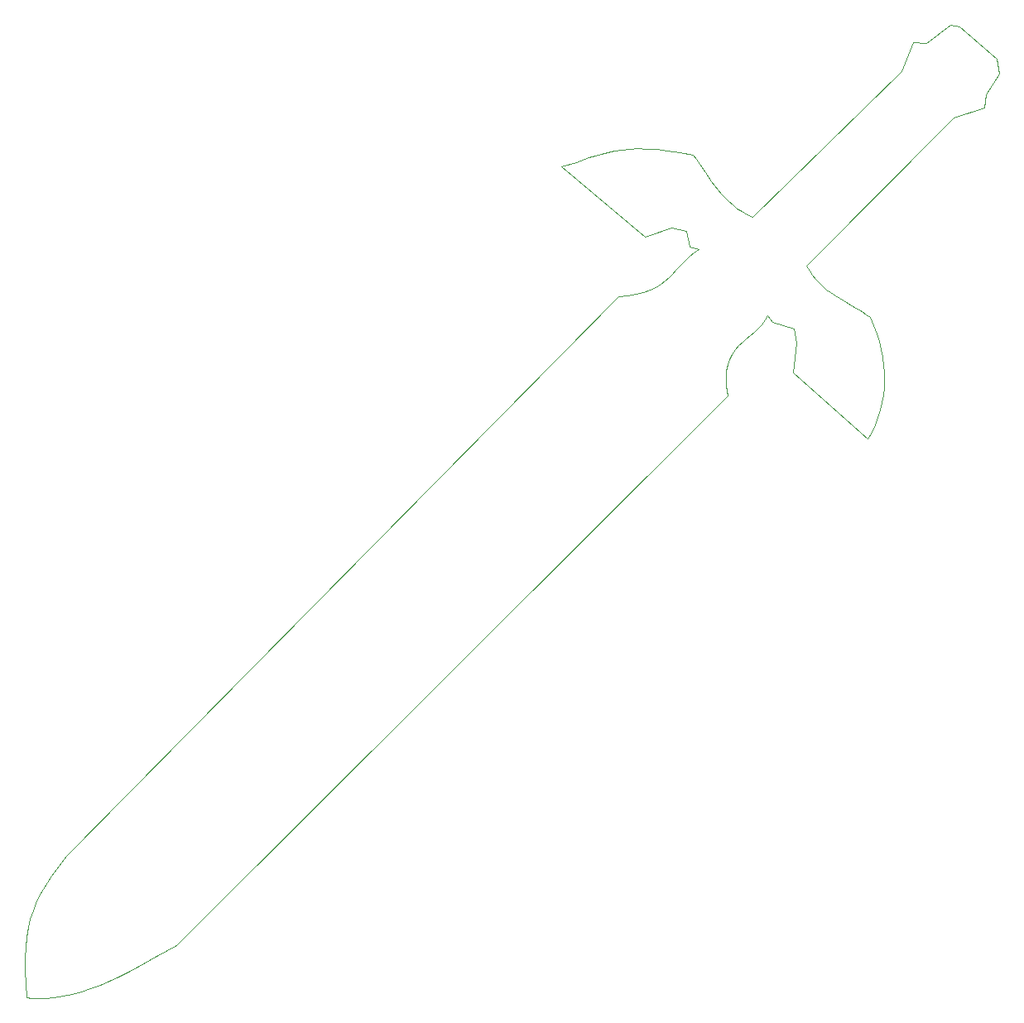
<source format=gbr>
G04 #@! TF.GenerationSoftware,KiCad,Pcbnew,5.1.2*
G04 #@! TF.CreationDate,2019-07-05T21:59:41-05:00*
G04 #@! TF.ProjectId,Master_Sword_(Ocarina_of_Time),4d617374-6572-45f5-9377-6f72645f284f,rev?*
G04 #@! TF.SameCoordinates,Original*
G04 #@! TF.FileFunction,Profile,NP*
%FSLAX46Y46*%
G04 Gerber Fmt 4.6, Leading zero omitted, Abs format (unit mm)*
G04 Created by KiCad (PCBNEW 5.1.2) date 2019-07-05 21:59:41*
%MOMM*%
%LPD*%
G04 APERTURE LIST*
%ADD10C,0.100000*%
G04 APERTURE END LIST*
D10*
X96303530Y-154020070D02*
X96171509Y-152558220D01*
X96171509Y-152558220D02*
X96104709Y-151217080D01*
X96104709Y-151217080D02*
X96099710Y-149986710D01*
X96099710Y-149986710D02*
X96154310Y-148857216D01*
X96154310Y-148857216D02*
X96265129Y-147818736D01*
X96265129Y-147818736D02*
X96429189Y-146861306D01*
X96429189Y-146861306D02*
X96643509Y-145975106D01*
X96643509Y-145975106D02*
X96905110Y-145150196D01*
X96905110Y-145150196D02*
X97210990Y-144376676D01*
X97210990Y-144376676D02*
X97558179Y-143644626D01*
X97558179Y-143644626D02*
X97943689Y-142944196D01*
X97943689Y-142944196D02*
X98364539Y-142265476D01*
X98364539Y-142265476D02*
X98817730Y-141598546D01*
X98817730Y-141598546D02*
X99300280Y-140933536D01*
X99300280Y-140933536D02*
X100341539Y-139569576D01*
X100341539Y-139569576D02*
X156763039Y-82304754D01*
X156763039Y-82304754D02*
X157750029Y-82207514D01*
X157750029Y-82207514D02*
X158616119Y-82058189D01*
X158616119Y-82058189D02*
X159373709Y-81862142D01*
X159373709Y-81862142D02*
X160035279Y-81624738D01*
X160035279Y-81624738D02*
X160613269Y-81351334D01*
X160613269Y-81351334D02*
X161120129Y-81047305D01*
X161120129Y-81047305D02*
X161568319Y-80718005D01*
X161568319Y-80718005D02*
X161970289Y-80368794D01*
X161970289Y-80368794D02*
X162338459Y-80005015D01*
X162338459Y-80005015D02*
X162685339Y-79632094D01*
X162685339Y-79632094D02*
X163364939Y-78880122D01*
X163364939Y-78880122D02*
X163722669Y-78511924D01*
X163722669Y-78511924D02*
X164108779Y-78155889D01*
X164108779Y-78155889D02*
X164535829Y-77817482D01*
X164535829Y-77817482D02*
X165016279Y-77502075D01*
X165016279Y-77502075D02*
X164046069Y-77239485D01*
X164046069Y-77239485D02*
X163745729Y-75584595D01*
X163745729Y-75584595D02*
X162252399Y-75299160D01*
X162252399Y-75299160D02*
X159516029Y-76186654D01*
X159516029Y-76186654D02*
X150995509Y-69031727D01*
X150995509Y-69031727D02*
X152450359Y-68566725D01*
X152450359Y-68566725D02*
X153762619Y-68113318D01*
X153762619Y-68113318D02*
X154397679Y-67903428D01*
X154397679Y-67903428D02*
X155036009Y-67711383D01*
X155036009Y-67711383D02*
X155690529Y-67542172D01*
X155690529Y-67542172D02*
X156374229Y-67400774D01*
X156374229Y-67400774D02*
X157100079Y-67292179D01*
X157100079Y-67292179D02*
X157881029Y-67221379D01*
X157881029Y-67221379D02*
X158730069Y-67193339D01*
X158730069Y-67193339D02*
X159660139Y-67213049D01*
X159660139Y-67213049D02*
X160684189Y-67285489D01*
X160684189Y-67285489D02*
X161815229Y-67415659D01*
X161815229Y-67415659D02*
X163066199Y-67608531D01*
X163066199Y-67608531D02*
X164450049Y-67869015D01*
X164450049Y-67869015D02*
X164780979Y-68295403D01*
X164780979Y-68295403D02*
X165098049Y-68730708D01*
X165098049Y-68730708D02*
X165708199Y-69616778D01*
X165708199Y-69616778D02*
X166315549Y-70504641D01*
X166315549Y-70504641D02*
X166629109Y-70942226D01*
X166629109Y-70942226D02*
X166955209Y-71371707D01*
X166955209Y-71371707D02*
X167298169Y-71790325D01*
X167298169Y-71790325D02*
X167662369Y-72195261D01*
X167662369Y-72195261D02*
X168051989Y-72583905D01*
X168051989Y-72583905D02*
X168471849Y-72952991D01*
X168471849Y-72952991D02*
X168926119Y-73299917D01*
X168926119Y-73299917D02*
X169419209Y-73621822D01*
X169419209Y-73621822D02*
X169955489Y-73915905D01*
X169955489Y-73915905D02*
X170539369Y-74179323D01*
X170539369Y-74179323D02*
X185779609Y-59277090D01*
X185779609Y-59277090D02*
X186971639Y-56353368D01*
X186971639Y-56353368D02*
X188324689Y-56395017D01*
X188324689Y-56395017D02*
X190763030Y-54553870D01*
X190763030Y-54553870D02*
X191720290Y-54717438D01*
X191720290Y-54717438D02*
X195494810Y-57991995D01*
X195494810Y-57991995D02*
X195752200Y-59578152D01*
X195752200Y-59578152D02*
X194419580Y-61670958D01*
X194419580Y-61670958D02*
X194262010Y-63049260D01*
X194262010Y-63049260D02*
X191069750Y-64050140D01*
X191069750Y-64050140D02*
X176055539Y-79195851D01*
X176055539Y-79195851D02*
X176317559Y-79678033D01*
X176317559Y-79678033D02*
X176614599Y-80123013D01*
X176614599Y-80123013D02*
X176943359Y-80534362D01*
X176943359Y-80534362D02*
X177300389Y-80915719D01*
X177300389Y-80915719D02*
X177682389Y-81270566D01*
X177682389Y-81270566D02*
X178085999Y-81602475D01*
X178085999Y-81602475D02*
X178507819Y-81915115D01*
X178507819Y-81915115D02*
X178944439Y-82212015D01*
X178944439Y-82212015D02*
X179848609Y-82772999D01*
X179848609Y-82772999D02*
X180771649Y-83313964D01*
X180771649Y-83313964D02*
X181686559Y-83863576D01*
X181686559Y-83863576D02*
X182132539Y-84150556D01*
X182132539Y-84150556D02*
X182566339Y-84450433D01*
X182566339Y-84450433D02*
X182897029Y-85272522D01*
X182897029Y-85272522D02*
X183185679Y-86089209D01*
X183185679Y-86089209D02*
X183431399Y-86900374D01*
X183431399Y-86900374D02*
X183633339Y-87705903D01*
X183633339Y-87705903D02*
X183790539Y-88505690D01*
X183790539Y-88505690D02*
X183902139Y-89299573D01*
X183902139Y-89299573D02*
X183967339Y-90087509D01*
X183967339Y-90087509D02*
X183985139Y-90869336D01*
X183985139Y-90869336D02*
X183954639Y-91644954D01*
X183954639Y-91644954D02*
X183875039Y-92414251D01*
X183875039Y-92414251D02*
X183745439Y-93177113D01*
X183745439Y-93177113D02*
X183564889Y-93933428D01*
X183564889Y-93933428D02*
X183332589Y-94683081D01*
X183332589Y-94683081D02*
X183047579Y-95425939D01*
X183047579Y-95425939D02*
X182709019Y-96161910D01*
X182709019Y-96161910D02*
X182316019Y-96890880D01*
X182316019Y-96890880D02*
X174661339Y-90138209D01*
X174661339Y-90138209D02*
X175021389Y-87037531D01*
X175021389Y-87037531D02*
X174790109Y-85605520D01*
X174790109Y-85605520D02*
X172535279Y-84936774D01*
X172535279Y-84936774D02*
X172063869Y-84245670D01*
X172063869Y-84245670D02*
X171779389Y-84726939D01*
X171779389Y-84726939D02*
X171447599Y-85158585D01*
X171447599Y-85158585D02*
X171079509Y-85552140D01*
X171079509Y-85552140D02*
X170686089Y-85919135D01*
X170686089Y-85919135D02*
X169867189Y-86619503D01*
X169867189Y-86619503D02*
X169463689Y-86975927D01*
X169463689Y-86975927D02*
X169078749Y-87351818D01*
X169078749Y-87351818D02*
X168723469Y-87758815D01*
X168723469Y-87758815D02*
X168408749Y-88208379D01*
X168408749Y-88208379D02*
X168145599Y-88712027D01*
X168145599Y-88712027D02*
X168036789Y-88987735D01*
X168036789Y-88987735D02*
X167944989Y-89281296D01*
X167944989Y-89281296D02*
X167871589Y-89594140D01*
X167871589Y-89594140D02*
X167817889Y-89927696D01*
X167817889Y-89927696D02*
X167785389Y-90283420D01*
X167785389Y-90283420D02*
X167775289Y-90662755D01*
X167775289Y-90662755D02*
X167789189Y-91067142D01*
X167789189Y-91067142D02*
X167828289Y-91498003D01*
X167828289Y-91498003D02*
X167894089Y-91956810D01*
X167894089Y-91956810D02*
X167987389Y-92444883D01*
X167987389Y-92444883D02*
X111550539Y-148672819D01*
X111550539Y-148672819D02*
X109588529Y-149805640D01*
X109588529Y-149805640D02*
X107632749Y-150887100D01*
X107632749Y-150887100D02*
X106658699Y-151395870D01*
X106658699Y-151395870D02*
X105688039Y-151876550D01*
X105688039Y-151876550D02*
X104721399Y-152324060D01*
X104721399Y-152324060D02*
X103759369Y-152733310D01*
X103759369Y-152733310D02*
X102802569Y-153099220D01*
X102802569Y-153099220D02*
X101851619Y-153416700D01*
X101851619Y-153416700D02*
X100907139Y-153680700D01*
X100907139Y-153680700D02*
X99969709Y-153886110D01*
X99969709Y-153886110D02*
X99039979Y-154027860D01*
X99039979Y-154027860D02*
X98118540Y-154100860D01*
X98118540Y-154100860D02*
X97661099Y-154109860D01*
X97661099Y-154109860D02*
X97206009Y-154099860D01*
X97206009Y-154099860D02*
X96753289Y-154070260D01*
X96753289Y-154070260D02*
X96303019Y-154020160D01*
X96303019Y-154020160D02*
X96303019Y-154020160D01*
X96303019Y-154020160D02*
X96303530Y-154020070D01*
M02*

</source>
